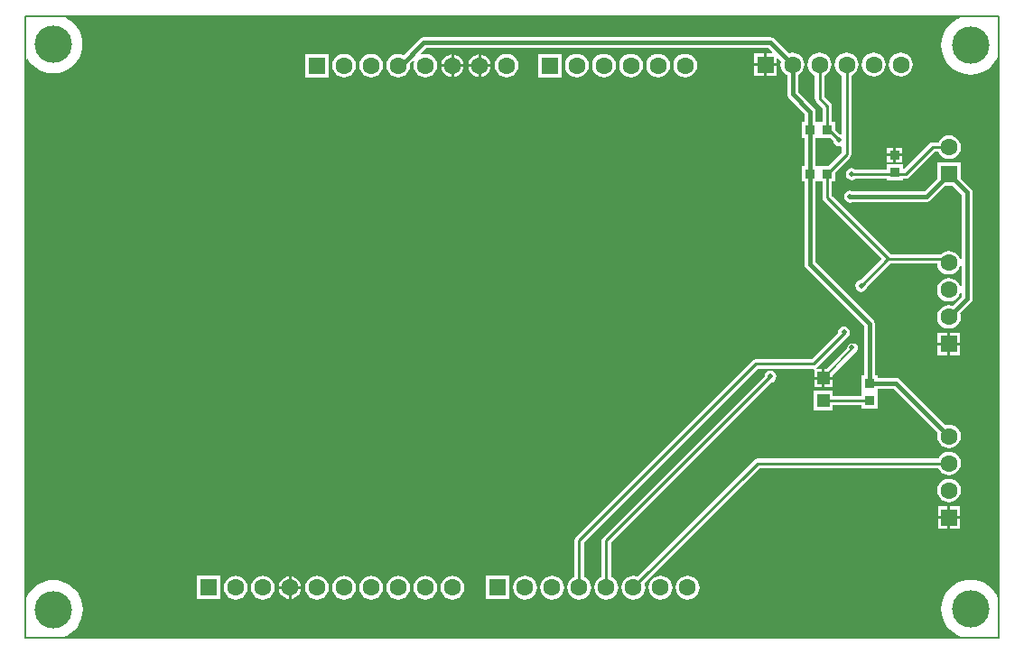
<source format=gtl>
G04 Layer_Physical_Order=1*
G04 Layer_Color=255*
%FSLAX43Y43*%
%MOMM*%
G71*
G01*
G75*
%ADD10R,0.900X0.900*%
%ADD11R,1.200X1.200*%
%ADD12R,0.900X0.900*%
%ADD13C,0.250*%
%ADD14C,0.400*%
%ADD15C,0.200*%
%ADD16C,0.127*%
%ADD17C,1.600*%
%ADD18R,1.600X1.600*%
%ADD19C,3.500*%
%ADD20R,1.600X1.600*%
%ADD21C,0.400*%
%ADD22C,0.500*%
G36*
X87690Y58181D02*
X87400Y58061D01*
X87031Y57835D01*
X86702Y57554D01*
X86421Y57225D01*
X86195Y56856D01*
X86029Y56456D01*
X85928Y56035D01*
X85894Y55603D01*
X85928Y55172D01*
X86029Y54751D01*
X86195Y54351D01*
X86421Y53982D01*
X86702Y53653D01*
X87031Y53372D01*
X87400Y53145D01*
X87800Y52980D01*
X88221Y52879D01*
X88653Y52845D01*
X89084Y52879D01*
X89505Y52980D01*
X89905Y53145D01*
X90274Y53372D01*
X90603Y53653D01*
X90884Y53982D01*
X91111Y54351D01*
X91159Y54467D01*
X91286Y54442D01*
Y3859D01*
X91159Y3833D01*
X91111Y3950D01*
X90884Y4319D01*
X90603Y4648D01*
X90274Y4929D01*
X89905Y5155D01*
X89505Y5321D01*
X89084Y5422D01*
X88653Y5456D01*
X88221Y5422D01*
X87800Y5321D01*
X87400Y5155D01*
X87031Y4929D01*
X86702Y4648D01*
X86421Y4319D01*
X86195Y3950D01*
X86029Y3550D01*
X85928Y3129D01*
X85894Y2697D01*
X85928Y2266D01*
X86029Y1845D01*
X86195Y1445D01*
X86421Y1076D01*
X86702Y747D01*
X87031Y466D01*
X87400Y239D01*
X87639Y141D01*
X87614Y14D01*
X3786D01*
X3761Y141D01*
X3910Y202D01*
X4279Y428D01*
X4608Y709D01*
X4889Y1039D01*
X5115Y1408D01*
X5281Y1807D01*
X5382Y2228D01*
X5416Y2660D01*
X5382Y3091D01*
X5281Y3512D01*
X5115Y3912D01*
X4889Y4281D01*
X4608Y4610D01*
X4279Y4892D01*
X3910Y5118D01*
X3510Y5283D01*
X3089Y5384D01*
X2657Y5418D01*
X2226Y5384D01*
X1805Y5283D01*
X1405Y5118D01*
X1036Y4892D01*
X707Y4610D01*
X426Y4281D01*
X199Y3912D01*
X123Y3728D01*
X-4Y3754D01*
X109Y54307D01*
X236Y54342D01*
X388Y54094D01*
X669Y53765D01*
X998Y53484D01*
X1368Y53258D01*
X1767Y53092D01*
X2188Y52991D01*
X2620Y52957D01*
X3051Y52991D01*
X3472Y53092D01*
X3872Y53258D01*
X4241Y53484D01*
X4570Y53765D01*
X4852Y54094D01*
X5078Y54463D01*
X5243Y54863D01*
X5344Y55284D01*
X5378Y55715D01*
X5344Y56147D01*
X5243Y56568D01*
X5078Y56968D01*
X4852Y57337D01*
X4570Y57666D01*
X4241Y57947D01*
X3872Y58173D01*
X3847Y58183D01*
X3872Y58308D01*
X87665D01*
X87690Y58181D01*
D02*
G37*
%LPC*%
G36*
X87676Y11162D02*
X86751D01*
Y10237D01*
X87676D01*
Y11162D01*
D02*
G37*
G36*
Y12337D02*
X86751D01*
Y11412D01*
X87676D01*
Y12337D01*
D02*
G37*
G36*
X86501D02*
X85576D01*
Y11412D01*
X86501D01*
Y12337D01*
D02*
G37*
G36*
X24709Y5745D02*
X24560Y5726D01*
X24304Y5620D01*
X24085Y5452D01*
X23917Y5232D01*
X23811Y4977D01*
X23791Y4828D01*
X24709D01*
Y5745D01*
D02*
G37*
G36*
X25877Y4578D02*
X24959D01*
Y3660D01*
X25108Y3680D01*
X25364Y3786D01*
X25583Y3954D01*
X25751Y4173D01*
X25857Y4429D01*
X25877Y4578D01*
D02*
G37*
G36*
X86501Y11162D02*
X85576D01*
Y10237D01*
X86501D01*
Y11162D01*
D02*
G37*
G36*
X24959Y5745D02*
Y4828D01*
X25877D01*
X25857Y4977D01*
X25751Y5232D01*
X25583Y5452D01*
X25364Y5620D01*
X25108Y5726D01*
X24959Y5745D01*
D02*
G37*
G36*
X86626Y14941D02*
X86338Y14903D01*
X86069Y14792D01*
X85838Y14615D01*
X85661Y14384D01*
X85550Y14115D01*
X85512Y13827D01*
X85550Y13538D01*
X85661Y13270D01*
X85838Y13039D01*
X86069Y12862D01*
X86338Y12750D01*
X86626Y12713D01*
X86915Y12750D01*
X87184Y12862D01*
X87414Y13039D01*
X87591Y13270D01*
X87703Y13538D01*
X87741Y13827D01*
X87703Y14115D01*
X87591Y14384D01*
X87414Y14615D01*
X87184Y14792D01*
X86915Y14903D01*
X86626Y14941D01*
D02*
G37*
G36*
X77680Y27634D02*
X77494D01*
X77337Y27603D01*
X77203Y27513D01*
X77113Y27379D01*
X77082Y27221D01*
X77084Y27209D01*
X75094Y25219D01*
X74953D01*
Y24494D01*
X75678D01*
Y24635D01*
X77972Y26930D01*
X78062Y27063D01*
X78093Y27221D01*
X78062Y27379D01*
X77972Y27513D01*
X77838Y27603D01*
X77680Y27634D01*
D02*
G37*
G36*
X86493Y27453D02*
X85568D01*
Y26528D01*
X86493D01*
Y27453D01*
D02*
G37*
G36*
X87668D02*
X86743D01*
Y26528D01*
X87668D01*
Y27453D01*
D02*
G37*
G36*
X76772Y29232D02*
X76555Y29189D01*
X76372Y29067D01*
X76249Y28883D01*
X76206Y28667D01*
X76217Y28611D01*
X73742Y26136D01*
X68504D01*
X68336Y26102D01*
X68194Y26007D01*
X51644Y9458D01*
X51549Y9315D01*
X51516Y9148D01*
Y5717D01*
X51397Y5668D01*
X51166Y5491D01*
X50989Y5260D01*
X50878Y4991D01*
X50840Y4703D01*
X50878Y4414D01*
X50989Y4146D01*
X51166Y3915D01*
X51397Y3738D01*
X51666Y3626D01*
X51954Y3588D01*
X52242Y3626D01*
X52511Y3738D01*
X52742Y3915D01*
X52919Y4146D01*
X53030Y4414D01*
X53068Y4703D01*
X53030Y4991D01*
X52919Y5260D01*
X52742Y5491D01*
X52511Y5668D01*
X52392Y5717D01*
Y8966D01*
X68685Y25259D01*
X73868D01*
X73934Y25235D01*
X73978Y25140D01*
Y24494D01*
X74703D01*
Y25219D01*
X74209D01*
X74170Y25346D01*
X74233Y25387D01*
X76992Y28146D01*
X77172Y28267D01*
X77294Y28450D01*
X77338Y28667D01*
X77294Y28883D01*
X77172Y29067D01*
X76988Y29189D01*
X76772Y29232D01*
D02*
G37*
G36*
X86626Y17481D02*
X86338Y17443D01*
X86069Y17332D01*
X85838Y17155D01*
X85661Y16924D01*
X85612Y16805D01*
X68698D01*
X68530Y16772D01*
X68388Y16677D01*
X57441Y5730D01*
X57322Y5779D01*
X57034Y5817D01*
X56746Y5779D01*
X56477Y5668D01*
X56246Y5491D01*
X56069Y5260D01*
X55958Y4991D01*
X55920Y4703D01*
X55958Y4414D01*
X56069Y4146D01*
X56246Y3915D01*
X56477Y3738D01*
X56746Y3626D01*
X57034Y3588D01*
X57322Y3626D01*
X57591Y3738D01*
X57822Y3915D01*
X57999Y4146D01*
X58110Y4414D01*
X58148Y4703D01*
X58110Y4991D01*
X58061Y5110D01*
X68880Y15929D01*
X85612D01*
X85661Y15810D01*
X85838Y15579D01*
X86069Y15402D01*
X86338Y15290D01*
X86626Y15253D01*
X86915Y15290D01*
X87184Y15402D01*
X87414Y15579D01*
X87591Y15810D01*
X87703Y16078D01*
X87741Y16367D01*
X87703Y16655D01*
X87591Y16924D01*
X87414Y17155D01*
X87184Y17332D01*
X86915Y17443D01*
X86626Y17481D01*
D02*
G37*
G36*
X74703Y24244D02*
X73978D01*
Y23519D01*
X74703D01*
Y24244D01*
D02*
G37*
G36*
X75678D02*
X74953D01*
Y23519D01*
X75678D01*
Y24244D01*
D02*
G37*
G36*
X24709Y4578D02*
X23791D01*
X23811Y4429D01*
X23917Y4173D01*
X24085Y3954D01*
X24304Y3786D01*
X24560Y3680D01*
X24709Y3660D01*
Y4578D01*
D02*
G37*
G36*
X32454Y5817D02*
X32166Y5779D01*
X31897Y5668D01*
X31666Y5491D01*
X31489Y5260D01*
X31378Y4991D01*
X31340Y4703D01*
X31378Y4414D01*
X31489Y4146D01*
X31666Y3915D01*
X31897Y3738D01*
X32166Y3626D01*
X32454Y3588D01*
X32742Y3626D01*
X33011Y3738D01*
X33242Y3915D01*
X33419Y4146D01*
X33530Y4414D01*
X33568Y4703D01*
X33530Y4991D01*
X33419Y5260D01*
X33242Y5491D01*
X33011Y5668D01*
X32742Y5779D01*
X32454Y5817D01*
D02*
G37*
G36*
X34994D02*
X34706Y5779D01*
X34437Y5668D01*
X34206Y5491D01*
X34029Y5260D01*
X33918Y4991D01*
X33880Y4703D01*
X33918Y4414D01*
X34029Y4146D01*
X34206Y3915D01*
X34437Y3738D01*
X34706Y3626D01*
X34994Y3588D01*
X35282Y3626D01*
X35551Y3738D01*
X35782Y3915D01*
X35959Y4146D01*
X36070Y4414D01*
X36108Y4703D01*
X36070Y4991D01*
X35959Y5260D01*
X35782Y5491D01*
X35551Y5668D01*
X35282Y5779D01*
X34994Y5817D01*
D02*
G37*
G36*
X37534D02*
X37246Y5779D01*
X36977Y5668D01*
X36746Y5491D01*
X36569Y5260D01*
X36458Y4991D01*
X36420Y4703D01*
X36458Y4414D01*
X36569Y4146D01*
X36746Y3915D01*
X36977Y3738D01*
X37246Y3626D01*
X37534Y3588D01*
X37822Y3626D01*
X38091Y3738D01*
X38322Y3915D01*
X38499Y4146D01*
X38610Y4414D01*
X38648Y4703D01*
X38610Y4991D01*
X38499Y5260D01*
X38322Y5491D01*
X38091Y5668D01*
X37822Y5779D01*
X37534Y5817D01*
D02*
G37*
G36*
X29914D02*
X29626Y5779D01*
X29357Y5668D01*
X29126Y5491D01*
X28949Y5260D01*
X28838Y4991D01*
X28800Y4703D01*
X28838Y4414D01*
X28949Y4146D01*
X29126Y3915D01*
X29357Y3738D01*
X29626Y3626D01*
X29914Y3588D01*
X30202Y3626D01*
X30471Y3738D01*
X30702Y3915D01*
X30879Y4146D01*
X30990Y4414D01*
X31028Y4703D01*
X30990Y4991D01*
X30879Y5260D01*
X30702Y5491D01*
X30471Y5668D01*
X30202Y5779D01*
X29914Y5817D01*
D02*
G37*
G36*
X19754D02*
X19466Y5779D01*
X19197Y5668D01*
X18966Y5491D01*
X18789Y5260D01*
X18678Y4991D01*
X18640Y4703D01*
X18678Y4414D01*
X18789Y4146D01*
X18966Y3915D01*
X19197Y3738D01*
X19466Y3626D01*
X19754Y3588D01*
X20042Y3626D01*
X20311Y3738D01*
X20542Y3915D01*
X20719Y4146D01*
X20830Y4414D01*
X20868Y4703D01*
X20830Y4991D01*
X20719Y5260D01*
X20542Y5491D01*
X20311Y5668D01*
X20042Y5779D01*
X19754Y5817D01*
D02*
G37*
G36*
X22294D02*
X22006Y5779D01*
X21737Y5668D01*
X21506Y5491D01*
X21329Y5260D01*
X21218Y4991D01*
X21180Y4703D01*
X21218Y4414D01*
X21329Y4146D01*
X21506Y3915D01*
X21737Y3738D01*
X22006Y3626D01*
X22294Y3588D01*
X22582Y3626D01*
X22851Y3738D01*
X23082Y3915D01*
X23259Y4146D01*
X23370Y4414D01*
X23408Y4703D01*
X23370Y4991D01*
X23259Y5260D01*
X23082Y5491D01*
X22851Y5668D01*
X22582Y5779D01*
X22294Y5817D01*
D02*
G37*
G36*
X27374D02*
X27086Y5779D01*
X26817Y5668D01*
X26586Y5491D01*
X26409Y5260D01*
X26298Y4991D01*
X26260Y4703D01*
X26298Y4414D01*
X26409Y4146D01*
X26586Y3915D01*
X26817Y3738D01*
X27086Y3626D01*
X27374Y3588D01*
X27662Y3626D01*
X27931Y3738D01*
X28162Y3915D01*
X28339Y4146D01*
X28450Y4414D01*
X28488Y4703D01*
X28450Y4991D01*
X28339Y5260D01*
X28162Y5491D01*
X27931Y5668D01*
X27662Y5779D01*
X27374Y5817D01*
D02*
G37*
G36*
X40074D02*
X39786Y5779D01*
X39517Y5668D01*
X39286Y5491D01*
X39109Y5260D01*
X38998Y4991D01*
X38960Y4703D01*
X38998Y4414D01*
X39109Y4146D01*
X39286Y3915D01*
X39517Y3738D01*
X39786Y3626D01*
X40074Y3588D01*
X40362Y3626D01*
X40631Y3738D01*
X40862Y3915D01*
X41039Y4146D01*
X41150Y4414D01*
X41188Y4703D01*
X41150Y4991D01*
X41039Y5260D01*
X40862Y5491D01*
X40631Y5668D01*
X40362Y5779D01*
X40074Y5817D01*
D02*
G37*
G36*
X62114Y5817D02*
X61826Y5779D01*
X61557Y5668D01*
X61326Y5491D01*
X61149Y5260D01*
X61038Y4991D01*
X61000Y4703D01*
X61038Y4414D01*
X61149Y4146D01*
X61326Y3915D01*
X61557Y3738D01*
X61826Y3626D01*
X62114Y3588D01*
X62402Y3626D01*
X62671Y3738D01*
X62902Y3915D01*
X63079Y4146D01*
X63190Y4414D01*
X63228Y4703D01*
X63190Y4991D01*
X63079Y5260D01*
X62902Y5491D01*
X62671Y5668D01*
X62402Y5779D01*
X62114Y5817D01*
D02*
G37*
G36*
X18319Y5808D02*
X16109D01*
Y3598D01*
X18319D01*
Y5808D01*
D02*
G37*
G36*
X45439Y5808D02*
X43229D01*
Y3598D01*
X45439D01*
Y5808D01*
D02*
G37*
G36*
X59574Y5817D02*
X59286Y5779D01*
X59017Y5668D01*
X58786Y5491D01*
X58609Y5260D01*
X58498Y4991D01*
X58460Y4703D01*
X58498Y4414D01*
X58609Y4146D01*
X58786Y3915D01*
X59017Y3738D01*
X59286Y3626D01*
X59574Y3588D01*
X59862Y3626D01*
X60131Y3738D01*
X60362Y3915D01*
X60539Y4146D01*
X60650Y4414D01*
X60688Y4703D01*
X60650Y4991D01*
X60539Y5260D01*
X60362Y5491D01*
X60131Y5668D01*
X59862Y5779D01*
X59574Y5817D01*
D02*
G37*
G36*
X46874D02*
X46586Y5779D01*
X46317Y5668D01*
X46086Y5491D01*
X45909Y5260D01*
X45798Y4991D01*
X45760Y4703D01*
X45798Y4414D01*
X45909Y4146D01*
X46086Y3915D01*
X46317Y3738D01*
X46586Y3626D01*
X46874Y3588D01*
X47162Y3626D01*
X47431Y3738D01*
X47662Y3915D01*
X47839Y4146D01*
X47950Y4414D01*
X47988Y4703D01*
X47950Y4991D01*
X47839Y5260D01*
X47662Y5491D01*
X47431Y5668D01*
X47162Y5779D01*
X46874Y5817D01*
D02*
G37*
G36*
X49414D02*
X49126Y5779D01*
X48857Y5668D01*
X48626Y5491D01*
X48449Y5260D01*
X48338Y4991D01*
X48300Y4703D01*
X48338Y4414D01*
X48449Y4146D01*
X48626Y3915D01*
X48857Y3738D01*
X49126Y3626D01*
X49414Y3588D01*
X49702Y3626D01*
X49971Y3738D01*
X50202Y3915D01*
X50379Y4146D01*
X50490Y4414D01*
X50528Y4703D01*
X50490Y4991D01*
X50379Y5260D01*
X50202Y5491D01*
X49971Y5668D01*
X49702Y5779D01*
X49414Y5817D01*
D02*
G37*
G36*
X69883Y25081D02*
X69667Y25038D01*
X69483Y24915D01*
X69360Y24732D01*
X69331Y24583D01*
X54184Y9436D01*
X54089Y9294D01*
X54056Y9126D01*
Y5717D01*
X53937Y5668D01*
X53706Y5491D01*
X53529Y5260D01*
X53418Y4991D01*
X53380Y4703D01*
X53418Y4414D01*
X53529Y4146D01*
X53706Y3915D01*
X53937Y3738D01*
X54206Y3626D01*
X54494Y3588D01*
X54782Y3626D01*
X55051Y3738D01*
X55282Y3915D01*
X55459Y4146D01*
X55570Y4414D01*
X55608Y4703D01*
X55570Y4991D01*
X55459Y5260D01*
X55282Y5491D01*
X55051Y5668D01*
X54932Y5717D01*
Y8945D01*
X69951Y23963D01*
X70100Y23993D01*
X70283Y24115D01*
X70406Y24299D01*
X70449Y24515D01*
X70406Y24732D01*
X70283Y24915D01*
X70100Y25038D01*
X69883Y25081D01*
D02*
G37*
G36*
X86493Y28628D02*
X85568D01*
Y27703D01*
X86493D01*
Y28628D01*
D02*
G37*
G36*
X42489Y53578D02*
X41571D01*
X41591Y53429D01*
X41697Y53173D01*
X41865Y52954D01*
X42084Y52786D01*
X42340Y52680D01*
X42489Y52660D01*
Y53578D01*
D02*
G37*
G36*
X43657D02*
X42739D01*
Y52660D01*
X42888Y52680D01*
X43144Y52786D01*
X43363Y52954D01*
X43531Y53173D01*
X43637Y53429D01*
X43657Y53578D01*
D02*
G37*
G36*
X79578Y54916D02*
X79289Y54878D01*
X79020Y54766D01*
X78790Y54589D01*
X78613Y54359D01*
X78501Y54090D01*
X78463Y53801D01*
X78501Y53513D01*
X78613Y53244D01*
X78790Y53013D01*
X79020Y52836D01*
X79289Y52725D01*
X79578Y52687D01*
X79866Y52725D01*
X80135Y52836D01*
X80366Y53013D01*
X80543Y53244D01*
X80654Y53513D01*
X80692Y53801D01*
X80654Y54090D01*
X80543Y54359D01*
X80366Y54589D01*
X80135Y54766D01*
X79866Y54878D01*
X79578Y54916D01*
D02*
G37*
G36*
X41117Y53578D02*
X40199D01*
Y52660D01*
X40348Y52680D01*
X40604Y52786D01*
X40823Y52954D01*
X40991Y53173D01*
X41097Y53429D01*
X41117Y53578D01*
D02*
G37*
G36*
X28479Y54808D02*
X26269D01*
Y52598D01*
X28479D01*
Y54808D01*
D02*
G37*
G36*
X50299D02*
X48089D01*
Y52598D01*
X50299D01*
Y54808D01*
D02*
G37*
G36*
X39949Y53578D02*
X39031D01*
X39051Y53429D01*
X39157Y53173D01*
X39325Y52954D01*
X39544Y52786D01*
X39800Y52680D01*
X39949Y52660D01*
Y53578D01*
D02*
G37*
G36*
X82118Y54916D02*
X81829Y54878D01*
X81560Y54766D01*
X81330Y54589D01*
X81153Y54359D01*
X81041Y54090D01*
X81003Y53801D01*
X81041Y53513D01*
X81153Y53244D01*
X81330Y53013D01*
X81560Y52836D01*
X81829Y52725D01*
X82118Y52687D01*
X82406Y52725D01*
X82675Y52836D01*
X82906Y53013D01*
X83083Y53244D01*
X83194Y53513D01*
X83232Y53801D01*
X83194Y54090D01*
X83083Y54359D01*
X82906Y54589D01*
X82675Y54766D01*
X82406Y54878D01*
X82118Y54916D01*
D02*
G37*
G36*
X42489Y54745D02*
X42340Y54726D01*
X42084Y54620D01*
X41865Y54452D01*
X41697Y54232D01*
X41591Y53977D01*
X41571Y53828D01*
X42489D01*
Y54745D01*
D02*
G37*
G36*
X42739D02*
Y53828D01*
X43657D01*
X43637Y53977D01*
X43531Y54232D01*
X43363Y54452D01*
X43144Y54620D01*
X42888Y54726D01*
X42739Y54745D01*
D02*
G37*
G36*
X69293Y54851D02*
X68368D01*
Y53926D01*
X69293D01*
Y54851D01*
D02*
G37*
G36*
X40199Y54745D02*
Y53828D01*
X41117D01*
X41097Y53977D01*
X40991Y54232D01*
X40823Y54452D01*
X40604Y54620D01*
X40348Y54726D01*
X40199Y54745D01*
D02*
G37*
G36*
X69293Y53676D02*
X68368D01*
Y52751D01*
X69293D01*
Y53676D01*
D02*
G37*
G36*
X70468D02*
X69543D01*
Y52751D01*
X70468D01*
Y53676D01*
D02*
G37*
G36*
X39949Y54745D02*
X39800Y54726D01*
X39544Y54620D01*
X39325Y54452D01*
X39157Y54232D01*
X39051Y53977D01*
X39031Y53828D01*
X39949D01*
Y54745D01*
D02*
G37*
G36*
X61894Y54817D02*
X61606Y54779D01*
X61337Y54668D01*
X61106Y54491D01*
X60929Y54260D01*
X60818Y53991D01*
X60780Y53703D01*
X60818Y53414D01*
X60929Y53146D01*
X61106Y52915D01*
X61337Y52738D01*
X61606Y52626D01*
X61894Y52588D01*
X62182Y52626D01*
X62451Y52738D01*
X62682Y52915D01*
X62859Y53146D01*
X62970Y53414D01*
X63008Y53703D01*
X62970Y53991D01*
X62859Y54260D01*
X62682Y54491D01*
X62451Y54668D01*
X62182Y54779D01*
X61894Y54817D01*
D02*
G37*
G36*
X81394Y46004D02*
X80819D01*
Y45429D01*
X81394D01*
Y46004D01*
D02*
G37*
G36*
X82219D02*
X81644D01*
Y45429D01*
X82219D01*
Y46004D01*
D02*
G37*
G36*
X87668Y28628D02*
X86743D01*
Y27703D01*
X87668D01*
Y28628D01*
D02*
G37*
G36*
X86626Y47161D02*
X86338Y47123D01*
X86069Y47012D01*
X85838Y46835D01*
X85661Y46604D01*
X85612Y46485D01*
X85094D01*
X84926Y46452D01*
X84784Y46357D01*
X82401Y43974D01*
X82274Y44027D01*
Y44459D01*
X80765D01*
Y43949D01*
X77855D01*
X77729Y44033D01*
X77512Y44076D01*
X77296Y44033D01*
X77112Y43910D01*
X76990Y43727D01*
X76947Y43510D01*
X76990Y43294D01*
X77112Y43110D01*
X77296Y42988D01*
X77512Y42945D01*
X77729Y42988D01*
X77855Y43072D01*
X80765D01*
Y42949D01*
X82274D01*
Y43056D01*
X82541D01*
X82709Y43089D01*
X82851Y43184D01*
X85275Y45609D01*
X85612D01*
X85661Y45490D01*
X85838Y45259D01*
X86069Y45082D01*
X86338Y44971D01*
X86626Y44933D01*
X86915Y44971D01*
X87184Y45082D01*
X87414Y45259D01*
X87591Y45490D01*
X87703Y45759D01*
X87741Y46047D01*
X87703Y46335D01*
X87591Y46604D01*
X87414Y46835D01*
X87184Y47012D01*
X86915Y47123D01*
X86626Y47161D01*
D02*
G37*
G36*
X69892Y56382D02*
X37379D01*
X37182Y56343D01*
X37015Y56231D01*
X35480Y54697D01*
X35282Y54779D01*
X34994Y54817D01*
X34706Y54779D01*
X34437Y54668D01*
X34206Y54491D01*
X34029Y54260D01*
X33918Y53991D01*
X33880Y53703D01*
X33918Y53414D01*
X34029Y53146D01*
X34206Y52915D01*
X34437Y52738D01*
X34706Y52626D01*
X34994Y52588D01*
X35282Y52626D01*
X35551Y52738D01*
X35782Y52915D01*
X35959Y53146D01*
X36070Y53414D01*
X36108Y53703D01*
X36089Y53850D01*
X36384Y54145D01*
X36491Y54073D01*
X36458Y53991D01*
X36420Y53703D01*
X36458Y53414D01*
X36569Y53146D01*
X36746Y52915D01*
X36977Y52738D01*
X37246Y52626D01*
X37534Y52588D01*
X37822Y52626D01*
X38091Y52738D01*
X38322Y52915D01*
X38499Y53146D01*
X38610Y53414D01*
X38648Y53703D01*
X38610Y53991D01*
X38499Y54260D01*
X38322Y54491D01*
X38091Y54668D01*
X37822Y54779D01*
X37534Y54817D01*
X37246Y54779D01*
X37164Y54745D01*
X37092Y54853D01*
X37592Y55353D01*
X69678D01*
X70062Y54969D01*
X70014Y54851D01*
X69543D01*
Y53926D01*
X70468D01*
Y54398D01*
X70585Y54446D01*
X70899Y54132D01*
X70881Y54090D01*
X70843Y53801D01*
X70881Y53513D01*
X70993Y53244D01*
X71170Y53013D01*
X71400Y52836D01*
X71443Y52819D01*
Y51042D01*
X71482Y50845D01*
X71594Y50678D01*
X73088Y49183D01*
Y48395D01*
X72848D01*
Y46885D01*
X73088D01*
Y44310D01*
X72848D01*
Y42800D01*
X73088D01*
Y35044D01*
X73127Y34847D01*
X73239Y34680D01*
X78653Y29266D01*
Y24632D01*
X78413D01*
Y23159D01*
X78413Y23122D01*
Y23032D01*
X78413Y22995D01*
Y22715D01*
X75733D01*
Y23173D01*
X73923D01*
Y21364D01*
X75733D01*
Y21839D01*
X78413D01*
Y21522D01*
X79923D01*
Y22995D01*
X79923Y23032D01*
Y23122D01*
X79923Y23159D01*
Y23362D01*
X81443D01*
X85568Y19238D01*
X85550Y19195D01*
X85512Y18907D01*
X85550Y18618D01*
X85661Y18350D01*
X85838Y18119D01*
X86069Y17942D01*
X86338Y17830D01*
X86626Y17793D01*
X86915Y17830D01*
X87184Y17942D01*
X87414Y18119D01*
X87591Y18350D01*
X87703Y18618D01*
X87741Y18907D01*
X87703Y19195D01*
X87591Y19464D01*
X87414Y19695D01*
X87184Y19872D01*
X86915Y19983D01*
X86626Y20021D01*
X86338Y19983D01*
X86296Y19966D01*
X82020Y24241D01*
X81853Y24352D01*
X81656Y24392D01*
X79923D01*
Y24632D01*
X79683D01*
Y29479D01*
X79643Y29676D01*
X79532Y29843D01*
X74118Y35258D01*
Y42800D01*
X74321D01*
X74358Y42800D01*
X74448D01*
X74485Y42800D01*
X74765D01*
Y41340D01*
X74798Y41172D01*
X74893Y41030D01*
X80335Y35587D01*
X78328Y33580D01*
X78179Y33551D01*
X77996Y33428D01*
X77873Y33245D01*
X77830Y33028D01*
X77873Y32812D01*
X77996Y32628D01*
X78179Y32505D01*
X78396Y32462D01*
X78612Y32505D01*
X78796Y32628D01*
X78918Y32812D01*
X78948Y32961D01*
X81099Y35111D01*
X85515D01*
X85541Y34910D01*
X85653Y34641D01*
X85830Y34410D01*
X86061Y34233D01*
X86329Y34122D01*
X86618Y34084D01*
X86906Y34122D01*
X87175Y34233D01*
X87406Y34410D01*
X87583Y34641D01*
X87681Y34879D01*
X87808Y34854D01*
Y33002D01*
X87681Y32977D01*
X87583Y33215D01*
X87406Y33446D01*
X87175Y33623D01*
X86906Y33735D01*
X86618Y33773D01*
X86329Y33735D01*
X86061Y33623D01*
X85830Y33446D01*
X85653Y33215D01*
X85541Y32947D01*
X85503Y32658D01*
X85541Y32370D01*
X85653Y32101D01*
X85830Y31870D01*
X86061Y31693D01*
X86329Y31582D01*
X86618Y31544D01*
X86906Y31582D01*
X87175Y31693D01*
X87406Y31870D01*
X87583Y32101D01*
X87681Y32339D01*
X87808Y32314D01*
Y32037D01*
X86949Y31177D01*
X86906Y31195D01*
X86618Y31233D01*
X86329Y31195D01*
X86061Y31083D01*
X85830Y30906D01*
X85653Y30675D01*
X85541Y30407D01*
X85503Y30118D01*
X85541Y29830D01*
X85653Y29561D01*
X85830Y29330D01*
X86061Y29153D01*
X86329Y29042D01*
X86618Y29004D01*
X86906Y29042D01*
X87175Y29153D01*
X87406Y29330D01*
X87583Y29561D01*
X87694Y29830D01*
X87732Y30118D01*
X87694Y30407D01*
X87676Y30449D01*
X88687Y31460D01*
X88799Y31627D01*
X88838Y31824D01*
Y41810D01*
X88799Y42007D01*
X88687Y42174D01*
X87731Y43130D01*
Y44612D01*
X85522D01*
Y43130D01*
X84321Y41929D01*
X77585D01*
X77573Y41937D01*
X77357Y41980D01*
X77140Y41937D01*
X76957Y41814D01*
X76834Y41631D01*
X76791Y41415D01*
X76834Y41198D01*
X76957Y41015D01*
X77140Y40892D01*
X77357Y40849D01*
X77573Y40892D01*
X77585Y40900D01*
X84534D01*
X84731Y40939D01*
X84898Y41051D01*
X86250Y42402D01*
X87003D01*
X87808Y41597D01*
Y35542D01*
X87681Y35517D01*
X87583Y35755D01*
X87406Y35986D01*
X87175Y36163D01*
X86906Y36275D01*
X86618Y36313D01*
X86329Y36275D01*
X86061Y36163D01*
X85832Y35988D01*
X81174D01*
X75641Y41521D01*
Y42800D01*
X75958D01*
Y43690D01*
X77347Y45080D01*
X77442Y45222D01*
X77476Y45390D01*
Y52787D01*
X77595Y52836D01*
X77826Y53013D01*
X78003Y53244D01*
X78114Y53513D01*
X78152Y53801D01*
X78114Y54090D01*
X78003Y54359D01*
X77826Y54589D01*
X77595Y54766D01*
X77326Y54878D01*
X77038Y54916D01*
X76749Y54878D01*
X76480Y54766D01*
X76250Y54589D01*
X76073Y54359D01*
X75961Y54090D01*
X75923Y53801D01*
X75961Y53513D01*
X76073Y53244D01*
X76250Y53013D01*
X76480Y52836D01*
X76599Y52787D01*
Y47316D01*
X76472Y47231D01*
X76385Y47248D01*
X75958Y47676D01*
Y48395D01*
X75641D01*
Y49894D01*
X75608Y50062D01*
X75513Y50204D01*
X74936Y50781D01*
Y52787D01*
X75055Y52836D01*
X75286Y53013D01*
X75463Y53244D01*
X75574Y53513D01*
X75612Y53801D01*
X75574Y54090D01*
X75463Y54359D01*
X75286Y54589D01*
X75055Y54766D01*
X74786Y54878D01*
X74498Y54916D01*
X74209Y54878D01*
X73940Y54766D01*
X73710Y54589D01*
X73533Y54359D01*
X73421Y54090D01*
X73383Y53801D01*
X73421Y53513D01*
X73533Y53244D01*
X73710Y53013D01*
X73940Y52836D01*
X74059Y52787D01*
Y50600D01*
X74093Y50432D01*
X74188Y50290D01*
X74765Y49713D01*
Y48395D01*
X74485D01*
X74448Y48395D01*
X74358D01*
X74321Y48395D01*
X74118D01*
Y49396D01*
X74078Y49593D01*
X73967Y49760D01*
X72472Y51255D01*
Y52819D01*
X72515Y52836D01*
X72746Y53013D01*
X72923Y53244D01*
X73034Y53513D01*
X73072Y53801D01*
X73034Y54090D01*
X72923Y54359D01*
X72746Y54589D01*
X72515Y54766D01*
X72246Y54878D01*
X71958Y54916D01*
X71669Y54878D01*
X71627Y54860D01*
X70256Y56231D01*
X70089Y56343D01*
X69892Y56382D01*
D02*
G37*
G36*
X81394Y45179D02*
X80819D01*
Y44604D01*
X81394D01*
Y45179D01*
D02*
G37*
G36*
X82219D02*
X81644D01*
Y44604D01*
X82219D01*
Y45179D01*
D02*
G37*
G36*
X54274Y54817D02*
X53986Y54779D01*
X53717Y54668D01*
X53486Y54491D01*
X53309Y54260D01*
X53198Y53991D01*
X53160Y53703D01*
X53198Y53414D01*
X53309Y53146D01*
X53486Y52915D01*
X53717Y52738D01*
X53986Y52626D01*
X54274Y52588D01*
X54562Y52626D01*
X54831Y52738D01*
X55062Y52915D01*
X55239Y53146D01*
X55350Y53414D01*
X55388Y53703D01*
X55350Y53991D01*
X55239Y54260D01*
X55062Y54491D01*
X54831Y54668D01*
X54562Y54779D01*
X54274Y54817D01*
D02*
G37*
G36*
X56814D02*
X56526Y54779D01*
X56257Y54668D01*
X56026Y54491D01*
X55849Y54260D01*
X55738Y53991D01*
X55700Y53703D01*
X55738Y53414D01*
X55849Y53146D01*
X56026Y52915D01*
X56257Y52738D01*
X56526Y52626D01*
X56814Y52588D01*
X57102Y52626D01*
X57371Y52738D01*
X57602Y52915D01*
X57779Y53146D01*
X57890Y53414D01*
X57928Y53703D01*
X57890Y53991D01*
X57779Y54260D01*
X57602Y54491D01*
X57371Y54668D01*
X57102Y54779D01*
X56814Y54817D01*
D02*
G37*
G36*
X59354D02*
X59066Y54779D01*
X58797Y54668D01*
X58566Y54491D01*
X58389Y54260D01*
X58278Y53991D01*
X58240Y53703D01*
X58278Y53414D01*
X58389Y53146D01*
X58566Y52915D01*
X58797Y52738D01*
X59066Y52626D01*
X59354Y52588D01*
X59642Y52626D01*
X59911Y52738D01*
X60142Y52915D01*
X60319Y53146D01*
X60430Y53414D01*
X60468Y53703D01*
X60430Y53991D01*
X60319Y54260D01*
X60142Y54491D01*
X59911Y54668D01*
X59642Y54779D01*
X59354Y54817D01*
D02*
G37*
G36*
X51734D02*
X51446Y54779D01*
X51177Y54668D01*
X50946Y54491D01*
X50769Y54260D01*
X50658Y53991D01*
X50620Y53703D01*
X50658Y53414D01*
X50769Y53146D01*
X50946Y52915D01*
X51177Y52738D01*
X51446Y52626D01*
X51734Y52588D01*
X52022Y52626D01*
X52291Y52738D01*
X52522Y52915D01*
X52699Y53146D01*
X52810Y53414D01*
X52848Y53703D01*
X52810Y53991D01*
X52699Y54260D01*
X52522Y54491D01*
X52291Y54668D01*
X52022Y54779D01*
X51734Y54817D01*
D02*
G37*
G36*
X29914D02*
X29626Y54779D01*
X29357Y54668D01*
X29126Y54491D01*
X28949Y54260D01*
X28838Y53991D01*
X28800Y53703D01*
X28838Y53414D01*
X28949Y53146D01*
X29126Y52915D01*
X29357Y52738D01*
X29626Y52626D01*
X29914Y52588D01*
X30202Y52626D01*
X30471Y52738D01*
X30702Y52915D01*
X30879Y53146D01*
X30990Y53414D01*
X31028Y53703D01*
X30990Y53991D01*
X30879Y54260D01*
X30702Y54491D01*
X30471Y54668D01*
X30202Y54779D01*
X29914Y54817D01*
D02*
G37*
G36*
X32454D02*
X32166Y54779D01*
X31897Y54668D01*
X31666Y54491D01*
X31489Y54260D01*
X31378Y53991D01*
X31340Y53703D01*
X31378Y53414D01*
X31489Y53146D01*
X31666Y52915D01*
X31897Y52738D01*
X32166Y52626D01*
X32454Y52588D01*
X32742Y52626D01*
X33011Y52738D01*
X33242Y52915D01*
X33419Y53146D01*
X33530Y53414D01*
X33568Y53703D01*
X33530Y53991D01*
X33419Y54260D01*
X33242Y54491D01*
X33011Y54668D01*
X32742Y54779D01*
X32454Y54817D01*
D02*
G37*
G36*
X45154D02*
X44866Y54779D01*
X44597Y54668D01*
X44366Y54491D01*
X44189Y54260D01*
X44078Y53991D01*
X44040Y53703D01*
X44078Y53414D01*
X44189Y53146D01*
X44366Y52915D01*
X44597Y52738D01*
X44866Y52626D01*
X45154Y52588D01*
X45442Y52626D01*
X45711Y52738D01*
X45942Y52915D01*
X46119Y53146D01*
X46230Y53414D01*
X46268Y53703D01*
X46230Y53991D01*
X46119Y54260D01*
X45942Y54491D01*
X45711Y54668D01*
X45442Y54779D01*
X45154Y54817D01*
D02*
G37*
%LPD*%
G36*
X75766Y46628D02*
X75795Y46479D01*
X75918Y46296D01*
X76101Y46173D01*
X76318Y46130D01*
X76472Y46161D01*
X76599Y46076D01*
Y45571D01*
X75338Y44310D01*
X74485D01*
X74448Y44310D01*
X74358D01*
X74321Y44310D01*
X74118D01*
Y46885D01*
X74321D01*
X74358Y46885D01*
X74448D01*
X74485Y46885D01*
X75509D01*
X75766Y46628D01*
D02*
G37*
D10*
X73603Y43555D02*
D03*
X75203D02*
D03*
X73603Y47640D02*
D03*
X75203D02*
D03*
D11*
X74828Y24369D02*
D03*
Y22269D02*
D03*
D12*
X81519Y43704D02*
D03*
Y45304D02*
D03*
X79168Y22277D02*
D03*
Y23877D02*
D03*
D13*
X73923Y25697D02*
X76892Y28667D01*
X76772D02*
X76892D01*
X68504Y25697D02*
X73923D01*
X51954Y9148D02*
X68504Y25697D01*
X51954Y4703D02*
Y9148D01*
X54494Y9126D02*
X69883Y24515D01*
X54494Y4703D02*
Y9126D01*
X77512Y43510D02*
X81497D01*
X81520Y43488D01*
X81556Y43494D02*
X82541D01*
X85094Y46047D01*
X81520Y43488D02*
X81556Y43494D01*
X75374Y47640D02*
X76318Y46696D01*
X77038Y45390D02*
Y53801D01*
X75203Y43555D02*
X77038Y45390D01*
X75203Y47640D02*
X75374D01*
X86266Y35550D02*
X86618Y35198D01*
X80993Y35550D02*
X86266D01*
X75203Y41340D02*
X80993Y35550D01*
X80917D02*
X80993D01*
X78396Y33028D02*
X80917Y35550D01*
X75203Y41340D02*
Y43555D01*
X74498Y50600D02*
Y53801D01*
Y50600D02*
X75203Y49894D01*
Y47640D02*
Y49894D01*
X85094Y46047D02*
X86626D01*
X74828Y22269D02*
X74836Y22277D01*
X79168D01*
X57034Y4703D02*
X68698Y16367D01*
X86626D01*
D14*
X37379Y55867D02*
X69892D01*
X88323Y31824D02*
Y41810D01*
X86626Y43507D02*
X88323Y41810D01*
X35214Y53703D02*
X37379Y55867D01*
X69892D02*
X71958Y53801D01*
X77357Y41415D02*
X84534D01*
X86626Y43507D01*
X86618Y30118D02*
X88323Y31824D01*
X79168Y23877D02*
Y29479D01*
X73603Y35044D02*
X79168Y29479D01*
X73603Y35044D02*
Y43555D01*
Y47640D01*
X71958Y51042D02*
Y53801D01*
Y51042D02*
X73603Y49396D01*
Y47640D02*
Y49396D01*
X79168Y23877D02*
X81656D01*
X86626Y18907D01*
D15*
X74828Y24369D02*
X77680Y27221D01*
X77494D02*
X77680D01*
D16*
X0Y-0D02*
Y58351D01*
X91322D01*
Y-0D02*
Y58351D01*
X0Y-0D02*
X91322D01*
D17*
X45154Y53703D02*
D03*
X40074D02*
D03*
X34994D02*
D03*
X29914D02*
D03*
X32454D02*
D03*
X37534D02*
D03*
X42614D02*
D03*
X59574Y4703D02*
D03*
X54494D02*
D03*
X49414D02*
D03*
X46874D02*
D03*
X51954D02*
D03*
X57034D02*
D03*
X62114D02*
D03*
X61894Y53703D02*
D03*
X56814D02*
D03*
X51734D02*
D03*
X54274D02*
D03*
X59354D02*
D03*
X37534Y4703D02*
D03*
X32454D02*
D03*
X27374D02*
D03*
X22294D02*
D03*
X19754D02*
D03*
X24834D02*
D03*
X29914D02*
D03*
X34994D02*
D03*
X40074D02*
D03*
X86626Y46047D02*
D03*
X86618Y35198D02*
D03*
Y30118D02*
D03*
Y32658D02*
D03*
X82118Y53801D02*
D03*
X77038D02*
D03*
X71958D02*
D03*
X74498D02*
D03*
X79578D02*
D03*
X86626Y18907D02*
D03*
Y13827D02*
D03*
Y16367D02*
D03*
D18*
X27374Y53703D02*
D03*
X44334Y4703D02*
D03*
X49194Y53703D02*
D03*
X17214Y4703D02*
D03*
X69418Y53801D02*
D03*
D19*
X88653Y55603D02*
D03*
X2620Y55715D02*
D03*
X2657Y2660D02*
D03*
X88653Y2697D02*
D03*
D20*
X86626Y43507D02*
D03*
X86618Y27578D02*
D03*
X86626Y11287D02*
D03*
D21*
X79775Y42218D02*
D03*
X73113Y51398D02*
D03*
X74439Y48769D02*
D03*
X75698Y51133D02*
D03*
X76162Y49587D02*
D03*
X76273Y47952D02*
D03*
X74819Y40371D02*
D03*
X74437Y42259D02*
D03*
X74820Y45058D02*
D03*
X76150Y45757D02*
D03*
X75272Y46649D02*
D03*
X76573Y43228D02*
D03*
X53250Y6537D02*
D03*
X56549Y12457D02*
D03*
X60528Y16598D02*
D03*
X64539Y20383D02*
D03*
X81293Y26158D02*
D03*
X77428Y29730D02*
D03*
X76432Y23460D02*
D03*
X89550Y52675D02*
D03*
X90550Y50675D02*
D03*
X89550Y48675D02*
D03*
X90550Y46675D02*
D03*
X89550Y44675D02*
D03*
X90550Y42675D02*
D03*
X89550Y40675D02*
D03*
X90550Y38675D02*
D03*
X89550Y36675D02*
D03*
X90550Y34675D02*
D03*
X89550Y32675D02*
D03*
X90550Y30675D02*
D03*
X89550Y28675D02*
D03*
X90550Y26675D02*
D03*
X89550Y24675D02*
D03*
X90550Y22675D02*
D03*
X89550Y20675D02*
D03*
X90550Y18675D02*
D03*
X89550Y16675D02*
D03*
X90550Y14675D02*
D03*
X89550Y12675D02*
D03*
X90550Y10675D02*
D03*
X89550Y8675D02*
D03*
X90550Y6675D02*
D03*
X87550Y52675D02*
D03*
X88550Y50675D02*
D03*
X87550Y48675D02*
D03*
X88550Y46675D02*
D03*
Y42675D02*
D03*
X87550Y40675D02*
D03*
Y36675D02*
D03*
X88550Y30675D02*
D03*
Y26675D02*
D03*
X87550Y24675D02*
D03*
X88550Y22675D02*
D03*
X87550Y20675D02*
D03*
X88550Y18675D02*
D03*
Y14675D02*
D03*
X87550Y12675D02*
D03*
X88550Y10675D02*
D03*
X87550Y8675D02*
D03*
X88550Y6675D02*
D03*
X85550Y56675D02*
D03*
Y52675D02*
D03*
X86550Y50675D02*
D03*
X85550Y48675D02*
D03*
Y40675D02*
D03*
X86550Y38675D02*
D03*
X85550Y36675D02*
D03*
Y24675D02*
D03*
X86550Y22675D02*
D03*
X85550Y12675D02*
D03*
Y8675D02*
D03*
X86550Y6675D02*
D03*
X85550Y4675D02*
D03*
Y675D02*
D03*
X83550Y56675D02*
D03*
X84550Y54675D02*
D03*
X83550Y52675D02*
D03*
X84550Y50675D02*
D03*
X83550Y48675D02*
D03*
X84550Y46675D02*
D03*
Y42675D02*
D03*
X83550Y40675D02*
D03*
X84550Y38675D02*
D03*
X83550Y32675D02*
D03*
Y28675D02*
D03*
Y24675D02*
D03*
X84550Y22675D02*
D03*
X83550Y20675D02*
D03*
X84550Y18675D02*
D03*
Y14675D02*
D03*
X83550Y12675D02*
D03*
X84550Y10675D02*
D03*
X83550Y8675D02*
D03*
X84550Y6675D02*
D03*
X83550Y4675D02*
D03*
X84550Y2675D02*
D03*
X83550Y675D02*
D03*
X81550Y56675D02*
D03*
X82550Y50675D02*
D03*
X81550Y48675D02*
D03*
X82550Y46675D02*
D03*
Y42675D02*
D03*
X81550Y36675D02*
D03*
X82550Y34675D02*
D03*
X81550Y32675D02*
D03*
X82550Y30675D02*
D03*
X81550Y24675D02*
D03*
Y20675D02*
D03*
X82550Y18675D02*
D03*
Y14675D02*
D03*
X81550Y12675D02*
D03*
X82550Y10675D02*
D03*
X81550Y8675D02*
D03*
X82550Y6675D02*
D03*
X81550Y4675D02*
D03*
X82550Y2675D02*
D03*
X81550Y675D02*
D03*
X79550Y56675D02*
D03*
X80550Y50675D02*
D03*
X79550Y48675D02*
D03*
X80550Y46675D02*
D03*
X79550Y44675D02*
D03*
Y40675D02*
D03*
X80550Y38675D02*
D03*
X79550Y32675D02*
D03*
X80550Y30675D02*
D03*
Y22675D02*
D03*
X79550Y20675D02*
D03*
X80550Y18675D02*
D03*
Y14675D02*
D03*
X79550Y12675D02*
D03*
X80550Y10675D02*
D03*
X79550Y8675D02*
D03*
X80550Y6675D02*
D03*
X79550Y4675D02*
D03*
X80550Y2675D02*
D03*
X79550Y675D02*
D03*
X77550Y56675D02*
D03*
X78550Y54675D02*
D03*
Y50675D02*
D03*
Y46675D02*
D03*
Y42675D02*
D03*
X77550Y40675D02*
D03*
Y36675D02*
D03*
X78550Y34675D02*
D03*
X77550Y24675D02*
D03*
Y20675D02*
D03*
X78550Y18675D02*
D03*
Y14675D02*
D03*
X77550Y12675D02*
D03*
X78550Y10675D02*
D03*
X77550Y8675D02*
D03*
X78550Y6675D02*
D03*
X77550Y4675D02*
D03*
X78550Y2675D02*
D03*
X77550Y675D02*
D03*
X75550Y56675D02*
D03*
Y52675D02*
D03*
X76550Y38675D02*
D03*
X75550Y36675D02*
D03*
X76550Y34675D02*
D03*
X75550Y28675D02*
D03*
Y20675D02*
D03*
X76550Y18675D02*
D03*
Y14675D02*
D03*
X75550Y12675D02*
D03*
X76550Y10675D02*
D03*
X75550Y8675D02*
D03*
X76550Y6675D02*
D03*
X75550Y4675D02*
D03*
X76550Y2675D02*
D03*
X75550Y675D02*
D03*
X73550Y56675D02*
D03*
Y52675D02*
D03*
X74550Y38675D02*
D03*
X73550Y32675D02*
D03*
X74550Y30675D02*
D03*
X73550Y24675D02*
D03*
Y20675D02*
D03*
X74550Y18675D02*
D03*
Y14675D02*
D03*
X73550Y12675D02*
D03*
X74550Y10675D02*
D03*
X73550Y8675D02*
D03*
X74550Y6675D02*
D03*
X73550Y4675D02*
D03*
X74550Y2675D02*
D03*
X73550Y675D02*
D03*
X71550Y56675D02*
D03*
Y44675D02*
D03*
X72550Y42675D02*
D03*
X71550Y40675D02*
D03*
X72550Y38675D02*
D03*
X71550Y36675D02*
D03*
X72550Y34675D02*
D03*
X71550Y32675D02*
D03*
X72550Y30675D02*
D03*
X71550Y28675D02*
D03*
Y24675D02*
D03*
X72550Y22675D02*
D03*
X71550Y20675D02*
D03*
X72550Y18675D02*
D03*
Y14675D02*
D03*
X71550Y12675D02*
D03*
X72550Y10675D02*
D03*
X71550Y8675D02*
D03*
X72550Y6675D02*
D03*
X71550Y4675D02*
D03*
X72550Y2675D02*
D03*
X71550Y675D02*
D03*
X69550Y56675D02*
D03*
X70550Y46675D02*
D03*
X69550Y44675D02*
D03*
X70550Y42675D02*
D03*
X69550Y40675D02*
D03*
X70550Y38675D02*
D03*
X69550Y36675D02*
D03*
X70550Y34675D02*
D03*
X69550Y32675D02*
D03*
X70550Y30675D02*
D03*
X69550Y28675D02*
D03*
X70550Y26675D02*
D03*
Y22675D02*
D03*
X69550Y20675D02*
D03*
X70550Y18675D02*
D03*
Y14675D02*
D03*
X69550Y12675D02*
D03*
X70550Y10675D02*
D03*
X69550Y8675D02*
D03*
X70550Y6675D02*
D03*
X69550Y4675D02*
D03*
X70550Y2675D02*
D03*
X69550Y675D02*
D03*
X67550Y56675D02*
D03*
Y52675D02*
D03*
X68550Y46675D02*
D03*
X67550Y44675D02*
D03*
X68550Y42675D02*
D03*
X67550Y40675D02*
D03*
X68550Y38675D02*
D03*
X67550Y36675D02*
D03*
X68550Y34675D02*
D03*
X67550Y32675D02*
D03*
X68550Y30675D02*
D03*
X67550Y28675D02*
D03*
X68550Y26675D02*
D03*
X67550Y20675D02*
D03*
X68550Y18675D02*
D03*
X67550Y16675D02*
D03*
X68550Y14675D02*
D03*
X67550Y12675D02*
D03*
X68550Y10675D02*
D03*
X67550Y8675D02*
D03*
X68550Y6675D02*
D03*
X67550Y4675D02*
D03*
X68550Y2675D02*
D03*
X67550Y675D02*
D03*
X65550Y56675D02*
D03*
X66550Y54675D02*
D03*
X65550Y52675D02*
D03*
X66550Y46675D02*
D03*
X65550Y44675D02*
D03*
X66550Y42675D02*
D03*
X65550Y40675D02*
D03*
X66550Y38675D02*
D03*
X65550Y36675D02*
D03*
X66550Y34675D02*
D03*
X65550Y32675D02*
D03*
X66550Y30675D02*
D03*
X65550Y28675D02*
D03*
X66550Y26675D02*
D03*
X65550Y24675D02*
D03*
X66550Y22675D02*
D03*
Y18675D02*
D03*
X65550Y16675D02*
D03*
X66550Y10675D02*
D03*
X65550Y8675D02*
D03*
X66550Y6675D02*
D03*
X65550Y4675D02*
D03*
X66550Y2675D02*
D03*
X65550Y675D02*
D03*
X63550Y56675D02*
D03*
X64550Y54675D02*
D03*
X63550Y52675D02*
D03*
X64550Y46675D02*
D03*
X63550Y44675D02*
D03*
X64550Y42675D02*
D03*
X63550Y40675D02*
D03*
X64550Y38675D02*
D03*
X63550Y36675D02*
D03*
X64550Y34675D02*
D03*
X63550Y32675D02*
D03*
X64550Y30675D02*
D03*
X63550Y28675D02*
D03*
X64550Y26675D02*
D03*
X63550Y24675D02*
D03*
X64550Y22675D02*
D03*
X63550Y16675D02*
D03*
X64550Y14675D02*
D03*
X63550Y12675D02*
D03*
X64550Y10675D02*
D03*
X63550Y8675D02*
D03*
X64550Y6675D02*
D03*
X63550Y4675D02*
D03*
X64550Y2675D02*
D03*
X63550Y675D02*
D03*
X61550Y56675D02*
D03*
X62550Y46675D02*
D03*
X61550Y44675D02*
D03*
X62550Y42675D02*
D03*
X61550Y40675D02*
D03*
X62550Y38675D02*
D03*
X61550Y36675D02*
D03*
X62550Y34675D02*
D03*
X61550Y32675D02*
D03*
X62550Y30675D02*
D03*
X61550Y28675D02*
D03*
X62550Y26675D02*
D03*
X61550Y24675D02*
D03*
X62550Y22675D02*
D03*
X61550Y20675D02*
D03*
X62550Y18675D02*
D03*
Y14675D02*
D03*
X61550Y12675D02*
D03*
X62550Y6675D02*
D03*
Y2675D02*
D03*
X61550Y675D02*
D03*
X59550Y56675D02*
D03*
X60550Y54675D02*
D03*
Y46675D02*
D03*
X59550Y44675D02*
D03*
X60550Y42675D02*
D03*
X59550Y40675D02*
D03*
X60550Y38675D02*
D03*
X59550Y36675D02*
D03*
X60550Y34675D02*
D03*
X59550Y32675D02*
D03*
X60550Y30675D02*
D03*
X59550Y28675D02*
D03*
X60550Y26675D02*
D03*
X59550Y24675D02*
D03*
X60550Y22675D02*
D03*
X59550Y20675D02*
D03*
X60550Y18675D02*
D03*
X59550Y12675D02*
D03*
X60550Y10675D02*
D03*
X59550Y8675D02*
D03*
X60550Y6675D02*
D03*
Y2675D02*
D03*
X59550Y675D02*
D03*
X57550Y56675D02*
D03*
X58550Y54675D02*
D03*
Y46675D02*
D03*
X57550Y44675D02*
D03*
X58550Y42675D02*
D03*
X57550Y40675D02*
D03*
X58550Y38675D02*
D03*
X57550Y36675D02*
D03*
X58550Y34675D02*
D03*
X57550Y32675D02*
D03*
X58550Y30675D02*
D03*
X57550Y28675D02*
D03*
X58550Y26675D02*
D03*
X57550Y24675D02*
D03*
X58550Y22675D02*
D03*
X57550Y20675D02*
D03*
X58550Y18675D02*
D03*
X57550Y16675D02*
D03*
X58550Y14675D02*
D03*
Y10675D02*
D03*
X57550Y8675D02*
D03*
X58550Y2675D02*
D03*
X57550Y675D02*
D03*
X55550Y56675D02*
D03*
Y52675D02*
D03*
X56550Y46675D02*
D03*
X55550Y44675D02*
D03*
X56550Y42675D02*
D03*
X55550Y40675D02*
D03*
X56550Y38675D02*
D03*
X55550Y36675D02*
D03*
X56550Y34675D02*
D03*
X55550Y32675D02*
D03*
X56550Y30675D02*
D03*
X55550Y28675D02*
D03*
X56550Y26675D02*
D03*
X55550Y24675D02*
D03*
X56550Y22675D02*
D03*
X55550Y20675D02*
D03*
X56550Y18675D02*
D03*
X55550Y16675D02*
D03*
X56550Y14675D02*
D03*
X55550Y8675D02*
D03*
X56550Y6675D02*
D03*
Y2675D02*
D03*
X55550Y675D02*
D03*
X53550Y56675D02*
D03*
Y52675D02*
D03*
X54550Y46675D02*
D03*
X53550Y44675D02*
D03*
X54550Y42675D02*
D03*
X53550Y40675D02*
D03*
X54550Y38675D02*
D03*
X53550Y36675D02*
D03*
X54550Y34675D02*
D03*
X53550Y32675D02*
D03*
X54550Y30675D02*
D03*
X53550Y28675D02*
D03*
X54550Y26675D02*
D03*
X53550Y24675D02*
D03*
X54550Y22675D02*
D03*
X53550Y20675D02*
D03*
X54550Y18675D02*
D03*
X53550Y16675D02*
D03*
X54550Y14675D02*
D03*
X53550Y12675D02*
D03*
X54550Y10675D02*
D03*
X53550Y8675D02*
D03*
X54550Y2675D02*
D03*
X53550Y675D02*
D03*
X51550Y56675D02*
D03*
X52550Y46675D02*
D03*
X51550Y44675D02*
D03*
X52550Y42675D02*
D03*
X51550Y40675D02*
D03*
X52550Y38675D02*
D03*
X51550Y36675D02*
D03*
X52550Y34675D02*
D03*
X51550Y32675D02*
D03*
X52550Y30675D02*
D03*
X51550Y28675D02*
D03*
X52550Y26675D02*
D03*
X51550Y24675D02*
D03*
X52550Y22675D02*
D03*
X51550Y20675D02*
D03*
X52550Y18675D02*
D03*
X51550Y16675D02*
D03*
X52550Y14675D02*
D03*
X51550Y12675D02*
D03*
X52550Y10675D02*
D03*
Y2675D02*
D03*
X51550Y675D02*
D03*
X49550Y56675D02*
D03*
X50550Y50675D02*
D03*
Y46675D02*
D03*
X49550Y44675D02*
D03*
X50550Y42675D02*
D03*
X49550Y40675D02*
D03*
X50550Y38675D02*
D03*
X49550Y36675D02*
D03*
X50550Y34675D02*
D03*
X49550Y32675D02*
D03*
X50550Y30675D02*
D03*
X49550Y28675D02*
D03*
X50550Y26675D02*
D03*
X49550Y24675D02*
D03*
X50550Y22675D02*
D03*
X49550Y20675D02*
D03*
X50550Y18675D02*
D03*
X49550Y16675D02*
D03*
X50550Y14675D02*
D03*
X49550Y12675D02*
D03*
X50550Y10675D02*
D03*
X49550Y8675D02*
D03*
X50550Y6675D02*
D03*
Y2675D02*
D03*
X49550Y675D02*
D03*
X47550Y56675D02*
D03*
Y52675D02*
D03*
X48550Y50675D02*
D03*
Y46675D02*
D03*
X47550Y44675D02*
D03*
X48550Y42675D02*
D03*
X47550Y40675D02*
D03*
X48550Y38675D02*
D03*
X47550Y36675D02*
D03*
X48550Y34675D02*
D03*
X47550Y32675D02*
D03*
X48550Y30675D02*
D03*
X47550Y28675D02*
D03*
X48550Y26675D02*
D03*
X47550Y24675D02*
D03*
X48550Y22675D02*
D03*
X47550Y20675D02*
D03*
X48550Y18675D02*
D03*
X47550Y16675D02*
D03*
X48550Y14675D02*
D03*
X47550Y12675D02*
D03*
X48550Y10675D02*
D03*
X47550Y8675D02*
D03*
X48550Y6675D02*
D03*
Y2675D02*
D03*
X47550Y675D02*
D03*
X45550Y56675D02*
D03*
X46550Y54675D02*
D03*
Y50675D02*
D03*
Y46675D02*
D03*
X45550Y44675D02*
D03*
X46550Y42675D02*
D03*
X45550Y40675D02*
D03*
X46550Y38675D02*
D03*
X45550Y36675D02*
D03*
X46550Y34675D02*
D03*
X45550Y32675D02*
D03*
X46550Y30675D02*
D03*
X45550Y28675D02*
D03*
X46550Y26675D02*
D03*
X45550Y24675D02*
D03*
X46550Y22675D02*
D03*
X45550Y20675D02*
D03*
X46550Y18675D02*
D03*
X45550Y16675D02*
D03*
X46550Y14675D02*
D03*
X45550Y12675D02*
D03*
X46550Y10675D02*
D03*
X45550Y8675D02*
D03*
X46550Y6675D02*
D03*
Y2675D02*
D03*
X45550Y675D02*
D03*
X43550Y56675D02*
D03*
X44550Y50675D02*
D03*
Y46675D02*
D03*
X43550Y44675D02*
D03*
X44550Y42675D02*
D03*
X43550Y40675D02*
D03*
X44550Y38675D02*
D03*
X43550Y36675D02*
D03*
X44550Y34675D02*
D03*
X43550Y32675D02*
D03*
X44550Y30675D02*
D03*
X43550Y28675D02*
D03*
X44550Y26675D02*
D03*
X43550Y24675D02*
D03*
X44550Y22675D02*
D03*
X43550Y20675D02*
D03*
X44550Y18675D02*
D03*
X43550Y16675D02*
D03*
X44550Y14675D02*
D03*
X43550Y12675D02*
D03*
X44550Y10675D02*
D03*
X43550Y8675D02*
D03*
X44550Y6675D02*
D03*
Y2675D02*
D03*
X43550Y675D02*
D03*
X41550Y56675D02*
D03*
Y52675D02*
D03*
X42550Y50675D02*
D03*
X41550Y48675D02*
D03*
X42550Y46675D02*
D03*
X41550Y44675D02*
D03*
X42550Y42675D02*
D03*
X41550Y40675D02*
D03*
X42550Y38675D02*
D03*
X41550Y36675D02*
D03*
X42550Y34675D02*
D03*
X41550Y32675D02*
D03*
X42550Y30675D02*
D03*
X41550Y28675D02*
D03*
X42550Y26675D02*
D03*
X41550Y24675D02*
D03*
X42550Y22675D02*
D03*
X41550Y20675D02*
D03*
X42550Y18675D02*
D03*
X41550Y16675D02*
D03*
X42550Y14675D02*
D03*
X41550Y12675D02*
D03*
X42550Y10675D02*
D03*
X41550Y8675D02*
D03*
X42550Y6675D02*
D03*
Y2675D02*
D03*
X41550Y675D02*
D03*
X39550Y56675D02*
D03*
Y48675D02*
D03*
X40550Y46675D02*
D03*
X39550Y44675D02*
D03*
X40550Y42675D02*
D03*
X39550Y40675D02*
D03*
X40550Y38675D02*
D03*
X39550Y36675D02*
D03*
X40550Y34675D02*
D03*
X39550Y32675D02*
D03*
X40550Y30675D02*
D03*
X39550Y28675D02*
D03*
X40550Y26675D02*
D03*
X39550Y24675D02*
D03*
X40550Y22675D02*
D03*
X39550Y20675D02*
D03*
X40550Y18675D02*
D03*
X39550Y16675D02*
D03*
X40550Y14675D02*
D03*
X39550Y12675D02*
D03*
X40550Y10675D02*
D03*
X39550Y8675D02*
D03*
X40550Y6675D02*
D03*
Y2675D02*
D03*
X39550Y675D02*
D03*
X37550Y56675D02*
D03*
X38550Y50675D02*
D03*
X37550Y48675D02*
D03*
X38550Y46675D02*
D03*
X37550Y44675D02*
D03*
X38550Y42675D02*
D03*
X37550Y40675D02*
D03*
X38550Y38675D02*
D03*
X37550Y36675D02*
D03*
X38550Y34675D02*
D03*
X37550Y32675D02*
D03*
X38550Y30675D02*
D03*
X37550Y28675D02*
D03*
X38550Y26675D02*
D03*
X37550Y24675D02*
D03*
X38550Y22675D02*
D03*
X37550Y20675D02*
D03*
X38550Y18675D02*
D03*
X37550Y16675D02*
D03*
X38550Y14675D02*
D03*
X37550Y12675D02*
D03*
X38550Y10675D02*
D03*
X37550Y8675D02*
D03*
X38550Y6675D02*
D03*
Y2675D02*
D03*
X37550Y675D02*
D03*
X35550Y56675D02*
D03*
X36550Y50675D02*
D03*
X35550Y48675D02*
D03*
X36550Y46675D02*
D03*
X35550Y44675D02*
D03*
X36550Y42675D02*
D03*
X35550Y40675D02*
D03*
X36550Y38675D02*
D03*
X35550Y36675D02*
D03*
X36550Y34675D02*
D03*
X35550Y32675D02*
D03*
X36550Y30675D02*
D03*
X35550Y28675D02*
D03*
X36550Y26675D02*
D03*
X35550Y24675D02*
D03*
X36550Y22675D02*
D03*
X35550Y20675D02*
D03*
X36550Y18675D02*
D03*
X35550Y16675D02*
D03*
X36550Y14675D02*
D03*
X35550Y12675D02*
D03*
X36550Y10675D02*
D03*
X35550Y8675D02*
D03*
X36550Y6675D02*
D03*
Y2675D02*
D03*
X35550Y675D02*
D03*
X33550Y56675D02*
D03*
Y52675D02*
D03*
X34550Y50675D02*
D03*
X33550Y48675D02*
D03*
X34550Y46675D02*
D03*
X33550Y44675D02*
D03*
X34550Y42675D02*
D03*
X33550Y40675D02*
D03*
X34550Y38675D02*
D03*
X33550Y36675D02*
D03*
X34550Y34675D02*
D03*
X33550Y32675D02*
D03*
X34550Y30675D02*
D03*
X33550Y28675D02*
D03*
X34550Y26675D02*
D03*
X33550Y24675D02*
D03*
X34550Y22675D02*
D03*
X33550Y20675D02*
D03*
X34550Y18675D02*
D03*
X33550Y16675D02*
D03*
X34550Y14675D02*
D03*
X33550Y12675D02*
D03*
X34550Y10675D02*
D03*
X33550Y8675D02*
D03*
X34550Y6675D02*
D03*
Y2675D02*
D03*
X33550Y675D02*
D03*
X31550Y56675D02*
D03*
Y52675D02*
D03*
X32550Y50675D02*
D03*
X31550Y48675D02*
D03*
X32550Y46675D02*
D03*
X31550Y44675D02*
D03*
X32550Y42675D02*
D03*
X31550Y40675D02*
D03*
X32550Y38675D02*
D03*
X31550Y36675D02*
D03*
X32550Y34675D02*
D03*
X31550Y32675D02*
D03*
X32550Y30675D02*
D03*
X31550Y28675D02*
D03*
X32550Y26675D02*
D03*
X31550Y24675D02*
D03*
X32550Y22675D02*
D03*
X31550Y20675D02*
D03*
X32550Y18675D02*
D03*
X31550Y16675D02*
D03*
X32550Y14675D02*
D03*
X31550Y12675D02*
D03*
X32550Y10675D02*
D03*
X31550Y8675D02*
D03*
X32550Y6675D02*
D03*
Y2675D02*
D03*
X31550Y675D02*
D03*
X29550Y56675D02*
D03*
X30550Y50675D02*
D03*
X29550Y48675D02*
D03*
X30550Y46675D02*
D03*
X29550Y44675D02*
D03*
X30550Y42675D02*
D03*
X29550Y40675D02*
D03*
X30550Y38675D02*
D03*
X29550Y36675D02*
D03*
X30550Y34675D02*
D03*
X29550Y32675D02*
D03*
X30550Y30675D02*
D03*
X29550Y28675D02*
D03*
X30550Y26675D02*
D03*
X29550Y24675D02*
D03*
X30550Y22675D02*
D03*
X29550Y20675D02*
D03*
X30550Y18675D02*
D03*
X29550Y16675D02*
D03*
X30550Y14675D02*
D03*
X29550Y12675D02*
D03*
X30550Y10675D02*
D03*
X29550Y8675D02*
D03*
X30550Y6675D02*
D03*
Y2675D02*
D03*
X29550Y675D02*
D03*
X27550Y56675D02*
D03*
X28550Y50675D02*
D03*
X27550Y48675D02*
D03*
X28550Y46675D02*
D03*
X27550Y44675D02*
D03*
X28550Y42675D02*
D03*
X27550Y40675D02*
D03*
X28550Y38675D02*
D03*
X27550Y36675D02*
D03*
X28550Y34675D02*
D03*
X27550Y32675D02*
D03*
X28550Y30675D02*
D03*
X27550Y28675D02*
D03*
X28550Y26675D02*
D03*
X27550Y24675D02*
D03*
X28550Y22675D02*
D03*
X27550Y20675D02*
D03*
X28550Y18675D02*
D03*
X27550Y16675D02*
D03*
X28550Y14675D02*
D03*
X27550Y12675D02*
D03*
X28550Y10675D02*
D03*
X27550Y8675D02*
D03*
X28550Y6675D02*
D03*
Y2675D02*
D03*
X27550Y675D02*
D03*
X25550Y56675D02*
D03*
Y52675D02*
D03*
X26550Y50675D02*
D03*
X25550Y48675D02*
D03*
X26550Y46675D02*
D03*
X25550Y44675D02*
D03*
X26550Y42675D02*
D03*
X25550Y40675D02*
D03*
X26550Y38675D02*
D03*
X25550Y36675D02*
D03*
X26550Y34675D02*
D03*
X25550Y32675D02*
D03*
X26550Y30675D02*
D03*
X25550Y28675D02*
D03*
X26550Y26675D02*
D03*
X25550Y24675D02*
D03*
X26550Y22675D02*
D03*
X25550Y20675D02*
D03*
X26550Y18675D02*
D03*
X25550Y16675D02*
D03*
X26550Y14675D02*
D03*
X25550Y12675D02*
D03*
X26550Y10675D02*
D03*
X25550Y8675D02*
D03*
X26550Y6675D02*
D03*
Y2675D02*
D03*
X25550Y675D02*
D03*
X23550Y56675D02*
D03*
X24550Y54675D02*
D03*
X23550Y52675D02*
D03*
X24550Y50675D02*
D03*
X23550Y48675D02*
D03*
X24550Y46675D02*
D03*
X23550Y44675D02*
D03*
X24550Y42675D02*
D03*
X23550Y40675D02*
D03*
X24550Y38675D02*
D03*
X23550Y36675D02*
D03*
X24550Y34675D02*
D03*
X23550Y32675D02*
D03*
X24550Y30675D02*
D03*
X23550Y28675D02*
D03*
X24550Y26675D02*
D03*
X23550Y24675D02*
D03*
X24550Y22675D02*
D03*
X23550Y20675D02*
D03*
X24550Y18675D02*
D03*
X23550Y16675D02*
D03*
X24550Y14675D02*
D03*
X23550Y12675D02*
D03*
X24550Y10675D02*
D03*
X23550Y8675D02*
D03*
X24550Y6675D02*
D03*
Y2675D02*
D03*
X23550Y675D02*
D03*
X21550Y56675D02*
D03*
X22550Y54675D02*
D03*
X21550Y52675D02*
D03*
X22550Y50675D02*
D03*
X21550Y48675D02*
D03*
X22550Y46675D02*
D03*
X21550Y44675D02*
D03*
X22550Y42675D02*
D03*
X21550Y40675D02*
D03*
X22550Y38675D02*
D03*
X21550Y36675D02*
D03*
X22550Y34675D02*
D03*
X21550Y32675D02*
D03*
X22550Y30675D02*
D03*
X21550Y28675D02*
D03*
X22550Y26675D02*
D03*
X21550Y24675D02*
D03*
X22550Y22675D02*
D03*
X21550Y20675D02*
D03*
X22550Y18675D02*
D03*
X21550Y16675D02*
D03*
X22550Y14675D02*
D03*
X21550Y12675D02*
D03*
X22550Y10675D02*
D03*
X21550Y8675D02*
D03*
X22550Y6675D02*
D03*
Y2675D02*
D03*
X21550Y675D02*
D03*
X19550Y56675D02*
D03*
X20550Y54675D02*
D03*
X19550Y52675D02*
D03*
X20550Y50675D02*
D03*
X19550Y48675D02*
D03*
X20550Y46675D02*
D03*
X19550Y44675D02*
D03*
X20550Y42675D02*
D03*
X19550Y40675D02*
D03*
X20550Y38675D02*
D03*
X19550Y36675D02*
D03*
X20550Y34675D02*
D03*
X19550Y32675D02*
D03*
X20550Y30675D02*
D03*
X19550Y28675D02*
D03*
X20550Y26675D02*
D03*
X19550Y24675D02*
D03*
X20550Y22675D02*
D03*
X19550Y20675D02*
D03*
X20550Y18675D02*
D03*
X19550Y16675D02*
D03*
X20550Y14675D02*
D03*
X19550Y12675D02*
D03*
X20550Y10675D02*
D03*
X19550Y8675D02*
D03*
X20550Y6675D02*
D03*
Y2675D02*
D03*
X19550Y675D02*
D03*
X17550Y56675D02*
D03*
X18550Y54675D02*
D03*
X17550Y52675D02*
D03*
X18550Y50675D02*
D03*
X17550Y48675D02*
D03*
X18550Y46675D02*
D03*
X17550Y44675D02*
D03*
X18550Y42675D02*
D03*
X17550Y40675D02*
D03*
X18550Y38675D02*
D03*
X17550Y36675D02*
D03*
X18550Y34675D02*
D03*
X17550Y32675D02*
D03*
X18550Y30675D02*
D03*
X17550Y28675D02*
D03*
X18550Y26675D02*
D03*
X17550Y24675D02*
D03*
X18550Y22675D02*
D03*
X17550Y20675D02*
D03*
X18550Y18675D02*
D03*
X17550Y16675D02*
D03*
X18550Y14675D02*
D03*
X17550Y12675D02*
D03*
X18550Y10675D02*
D03*
X17550Y8675D02*
D03*
X18550Y6675D02*
D03*
Y2675D02*
D03*
X17550Y675D02*
D03*
X15550Y56675D02*
D03*
X16550Y54675D02*
D03*
X15550Y52675D02*
D03*
X16550Y50675D02*
D03*
X15550Y48675D02*
D03*
X16550Y46675D02*
D03*
X15550Y44675D02*
D03*
X16550Y42675D02*
D03*
X15550Y40675D02*
D03*
X16550Y38675D02*
D03*
X15550Y36675D02*
D03*
X16550Y34675D02*
D03*
X15550Y32675D02*
D03*
X16550Y30675D02*
D03*
X15550Y28675D02*
D03*
X16550Y26675D02*
D03*
X15550Y24675D02*
D03*
X16550Y22675D02*
D03*
X15550Y20675D02*
D03*
X16550Y18675D02*
D03*
X15550Y16675D02*
D03*
X16550Y14675D02*
D03*
X15550Y12675D02*
D03*
X16550Y10675D02*
D03*
X15550Y8675D02*
D03*
X16550Y6675D02*
D03*
X15550Y4675D02*
D03*
X16550Y2675D02*
D03*
X15550Y675D02*
D03*
X13550Y56675D02*
D03*
X14550Y54675D02*
D03*
X13550Y52675D02*
D03*
X14550Y50675D02*
D03*
X13550Y48675D02*
D03*
X14550Y46675D02*
D03*
X13550Y44675D02*
D03*
X14550Y42675D02*
D03*
X13550Y40675D02*
D03*
X14550Y38675D02*
D03*
X13550Y36675D02*
D03*
X14550Y34675D02*
D03*
X13550Y32675D02*
D03*
X14550Y30675D02*
D03*
X13550Y28675D02*
D03*
X14550Y26675D02*
D03*
X13550Y24675D02*
D03*
X14550Y22675D02*
D03*
X13550Y20675D02*
D03*
X14550Y18675D02*
D03*
X13550Y16675D02*
D03*
X14550Y14675D02*
D03*
X13550Y12675D02*
D03*
X14550Y10675D02*
D03*
X13550Y8675D02*
D03*
X14550Y6675D02*
D03*
X13550Y4675D02*
D03*
X14550Y2675D02*
D03*
X13550Y675D02*
D03*
X11550Y56675D02*
D03*
X12550Y54675D02*
D03*
X11550Y52675D02*
D03*
X12550Y50675D02*
D03*
X11550Y48675D02*
D03*
X12550Y46675D02*
D03*
X11550Y44675D02*
D03*
X12550Y42675D02*
D03*
X11550Y40675D02*
D03*
X12550Y38675D02*
D03*
X11550Y36675D02*
D03*
X12550Y34675D02*
D03*
X11550Y32675D02*
D03*
X12550Y30675D02*
D03*
X11550Y28675D02*
D03*
X12550Y26675D02*
D03*
X11550Y24675D02*
D03*
X12550Y22675D02*
D03*
X11550Y20675D02*
D03*
X12550Y18675D02*
D03*
X11550Y16675D02*
D03*
X12550Y14675D02*
D03*
X11550Y12675D02*
D03*
X12550Y10675D02*
D03*
X11550Y8675D02*
D03*
X12550Y6675D02*
D03*
X11550Y4675D02*
D03*
X12550Y2675D02*
D03*
X11550Y675D02*
D03*
X9550Y56675D02*
D03*
X10550Y54675D02*
D03*
X9550Y52675D02*
D03*
X10550Y50675D02*
D03*
X9550Y48675D02*
D03*
X10550Y46675D02*
D03*
X9550Y44675D02*
D03*
X10550Y42675D02*
D03*
X9550Y40675D02*
D03*
X10550Y38675D02*
D03*
X9550Y36675D02*
D03*
X10550Y34675D02*
D03*
X9550Y32675D02*
D03*
X10550Y30675D02*
D03*
X9550Y28675D02*
D03*
X10550Y26675D02*
D03*
X9550Y24675D02*
D03*
X10550Y22675D02*
D03*
X9550Y20675D02*
D03*
X10550Y18675D02*
D03*
X9550Y16675D02*
D03*
X10550Y14675D02*
D03*
X9550Y12675D02*
D03*
X10550Y10675D02*
D03*
X9550Y8675D02*
D03*
X10550Y6675D02*
D03*
X9550Y4675D02*
D03*
X10550Y2675D02*
D03*
X9550Y675D02*
D03*
X7550Y56675D02*
D03*
X8550Y54675D02*
D03*
X7550Y52675D02*
D03*
X8550Y50675D02*
D03*
X7550Y48675D02*
D03*
X8550Y46675D02*
D03*
X7550Y44675D02*
D03*
X8550Y42675D02*
D03*
X7550Y40675D02*
D03*
X8550Y38675D02*
D03*
X7550Y36675D02*
D03*
X8550Y34675D02*
D03*
X7550Y32675D02*
D03*
X8550Y30675D02*
D03*
X7550Y28675D02*
D03*
X8550Y26675D02*
D03*
X7550Y24675D02*
D03*
X8550Y22675D02*
D03*
X7550Y20675D02*
D03*
X8550Y18675D02*
D03*
X7550Y16675D02*
D03*
X8550Y14675D02*
D03*
X7550Y12675D02*
D03*
X8550Y10675D02*
D03*
X7550Y8675D02*
D03*
X8550Y6675D02*
D03*
X7550Y4675D02*
D03*
X8550Y2675D02*
D03*
X7550Y675D02*
D03*
X5550Y56675D02*
D03*
X6550Y54675D02*
D03*
X5550Y52675D02*
D03*
X6550Y50675D02*
D03*
X5550Y48675D02*
D03*
X6550Y46675D02*
D03*
X5550Y44675D02*
D03*
X6550Y42675D02*
D03*
X5550Y40675D02*
D03*
X6550Y38675D02*
D03*
X5550Y36675D02*
D03*
X6550Y34675D02*
D03*
X5550Y32675D02*
D03*
X6550Y30675D02*
D03*
X5550Y28675D02*
D03*
X6550Y26675D02*
D03*
X5550Y24675D02*
D03*
X6550Y22675D02*
D03*
X5550Y20675D02*
D03*
X6550Y18675D02*
D03*
X5550Y16675D02*
D03*
X6550Y14675D02*
D03*
X5550Y12675D02*
D03*
X6550Y10675D02*
D03*
X5550Y8675D02*
D03*
X6550Y6675D02*
D03*
X5550Y4675D02*
D03*
X6550Y2675D02*
D03*
X5550Y675D02*
D03*
X3550Y52675D02*
D03*
X4550Y50675D02*
D03*
X3550Y48675D02*
D03*
X4550Y46675D02*
D03*
X3550Y44675D02*
D03*
X4550Y42675D02*
D03*
X3550Y40675D02*
D03*
X4550Y38675D02*
D03*
X3550Y36675D02*
D03*
X4550Y34675D02*
D03*
X3550Y32675D02*
D03*
X4550Y30675D02*
D03*
X3550Y28675D02*
D03*
X4550Y26675D02*
D03*
X3550Y24675D02*
D03*
X4550Y22675D02*
D03*
X3550Y20675D02*
D03*
X4550Y18675D02*
D03*
X3550Y16675D02*
D03*
X4550Y14675D02*
D03*
X3550Y12675D02*
D03*
X4550Y10675D02*
D03*
X3550Y8675D02*
D03*
X4550Y6675D02*
D03*
X1550Y52675D02*
D03*
X2550Y50675D02*
D03*
X1550Y48675D02*
D03*
X2550Y46675D02*
D03*
X1550Y44675D02*
D03*
X2550Y42675D02*
D03*
X1550Y40675D02*
D03*
X2550Y38675D02*
D03*
X1550Y36675D02*
D03*
X2550Y34675D02*
D03*
X1550Y32675D02*
D03*
X2550Y30675D02*
D03*
X1550Y28675D02*
D03*
X2550Y26675D02*
D03*
X1550Y24675D02*
D03*
X2550Y22675D02*
D03*
X1550Y20675D02*
D03*
X2550Y18675D02*
D03*
X1550Y16675D02*
D03*
X2550Y14675D02*
D03*
X1550Y12675D02*
D03*
X2550Y10675D02*
D03*
X1550Y8675D02*
D03*
X2550Y6675D02*
D03*
D22*
X77494Y27221D02*
D03*
X76772Y28667D02*
D03*
X77512Y43510D02*
D03*
X76318Y46696D02*
D03*
X77357Y41415D02*
D03*
X78396Y33028D02*
D03*
X69883Y24515D02*
D03*
M02*

</source>
